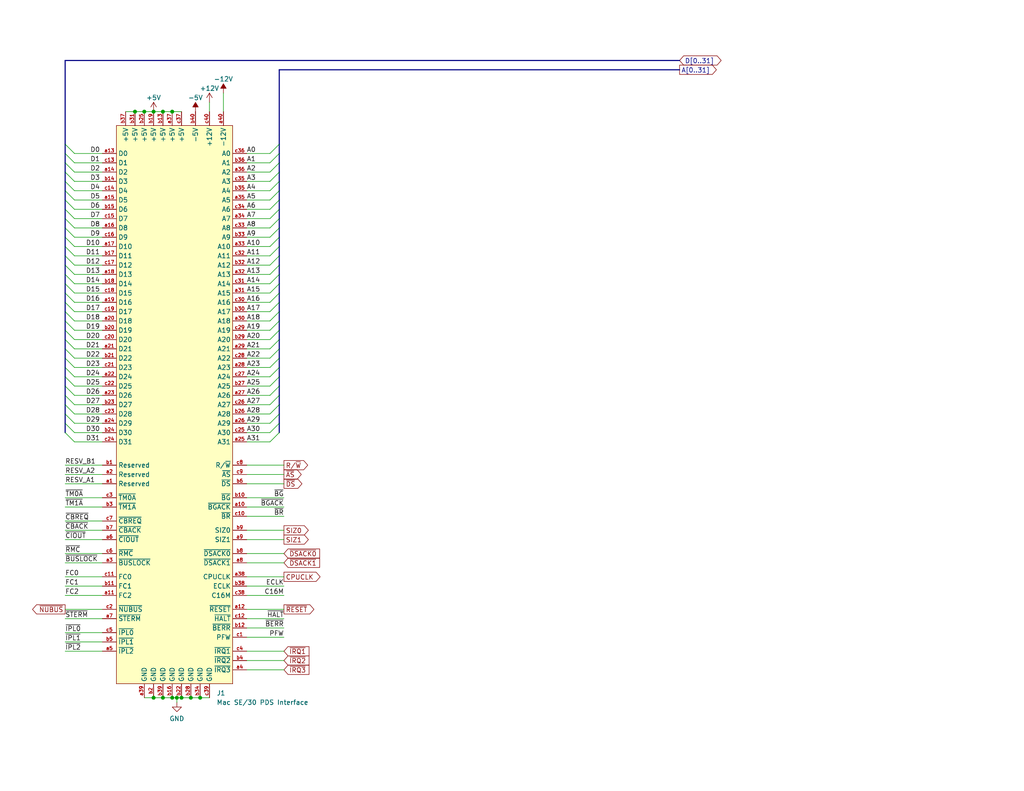
<source format=kicad_sch>
(kicad_sch (version 20230121) (generator eeschema)
  (paper "USLetter")
  (title_block (title "SEthernet/30 PDS Ethernet card for Macintosh SE/30") (date "2023-11-10") (rev "0"))
  (lib_symbols
    (symbol "PDS-Ethernet:SE30_PDS"
      (property "Reference" "J" (at 0 13.97 0))
      (property "Value" "Mac SE/30 PDS Interface" (at 0 11.43 0))
      (symbol "SE30_PDS_1_0"
        (pin unspecified line (at -20.32 -104.14 0) (length 3.81) (name "Reserved") (number "a1"))
        (pin input line (at 19.05 -110.49 180) (length 3.81) (name "~{BGACK}") (number "a10"))
        (pin output line (at -20.32 -134.62 0) (length 3.81) (name "FC2") (number "a11"))
        (pin output line (at 19.05 -138.43 180) (length 3.81) (name "~{RESET}") (number "a12"))
        (pin bidirectional line (at -20.32 -13.97 0) (length 3.81) (name "D0") (number "a13"))
        (pin bidirectional line (at -20.32 -19.05 0) (length 3.81) (name "D2") (number "a14"))
        (pin bidirectional line (at -20.32 -26.67 0) (length 3.81) (name "D5") (number "a15"))
        (pin bidirectional line (at -20.32 -34.29 0) (length 3.81) (name "D8") (number "a16"))
        (pin bidirectional line (at -20.32 -39.37 0) (length 3.81) (name "D10") (number "a17"))
        (pin bidirectional line (at -20.32 -46.99 0) (length 3.81) (name "D13") (number "a18"))
        (pin bidirectional line (at -20.32 -54.61 0) (length 3.81) (name "D16") (number "a19"))
        (pin unspecified line (at -20.32 -101.6 0) (length 3.81) (name "Reserved") (number "a2"))
        (pin bidirectional line (at -20.32 -59.69 0) (length 3.81) (name "D18") (number "a20"))
        (pin bidirectional line (at -20.32 -67.31 0) (length 3.81) (name "D21") (number "a21"))
        (pin bidirectional line (at -20.32 -74.93 0) (length 3.81) (name "D24") (number "a22"))
        (pin bidirectional line (at -20.32 -80.01 0) (length 3.81) (name "D26") (number "a23"))
        (pin bidirectional line (at -20.32 -87.63 0) (length 3.81) (name "D29") (number "a24"))
        (pin output line (at 19.05 -92.71 180) (length 3.81) (name "A31") (number "a25"))
        (pin output line (at 19.05 -87.63 180) (length 3.81) (name "A29") (number "a26"))
        (pin output line (at 19.05 -80.01 180) (length 3.81) (name "A26") (number "a27"))
        (pin output line (at 19.05 -72.39 180) (length 3.81) (name "A23") (number "a28"))
        (pin output line (at 19.05 -67.31 180) (length 3.81) (name "A21") (number "a29"))
        (pin output line (at -20.32 -125.73 0) (length 3.81) (name "~{BUSLOCK}") (number "a3"))
        (pin output line (at 19.05 -59.69 180) (length 3.81) (name "A18") (number "a30"))
        (pin output line (at 19.05 -52.07 180) (length 3.81) (name "A15") (number "a31"))
        (pin output line (at 19.05 -46.99 180) (length 3.81) (name "A13") (number "a32"))
        (pin output line (at 19.05 -39.37 180) (length 3.81) (name "A10") (number "a33"))
        (pin output line (at 19.05 -31.75 180) (length 3.81) (name "A7") (number "a34"))
        (pin output line (at 19.05 -26.67 180) (length 3.81) (name "A5") (number "a35"))
        (pin output line (at 19.05 -19.05 180) (length 3.81) (name "A2") (number "a36"))
        (pin power_out line (at -1.27 -2.54 270) (length 3.81) (name "+5V") (number "a37"))
        (pin output line (at 19.05 -129.54 180) (length 3.81) (name "CPUCLK") (number "a38"))
        (pin power_out line (at -8.89 -162.56 90) (length 3.81) (name "GND") (number "a39"))
        (pin input line (at 19.05 -154.94 180) (length 3.81) (name "~{IRQ3}") (number "a4"))
        (pin power_out line (at 12.7 -2.54 270) (length 3.81) (name "-12V") (number "a40"))
        (pin input line (at -20.32 -149.86 0) (length 3.81) (name "~{IPL2}") (number "a5"))
        (pin output line (at -20.32 -119.38 0) (length 3.81) (name "~{CIOUT}") (number "a6"))
        (pin input line (at -20.32 -140.97 0) (length 3.81) (name "~{STERM}") (number "a7"))
        (pin input line (at 19.05 -125.73 180) (length 3.81) (name "~{DSACK1}") (number "a8"))
        (pin output line (at 19.05 -119.38 180) (length 3.81) (name "SIZ1") (number "a9"))
        (pin unspecified line (at -20.32 -99.06 0) (length 3.81) (name "Reserved") (number "b1"))
        (pin output line (at 19.05 -107.95 180) (length 3.81) (name "~{BG}") (number "b10"))
        (pin output line (at -20.32 -132.08 0) (length 3.81) (name "FC1") (number "b11"))
        (pin input line (at 19.05 -143.51 180) (length 3.81) (name "~{BERR}") (number "b12"))
        (pin power_out line (at -3.81 -2.54 270) (length 3.81) (name "+5V") (number "b13"))
        (pin bidirectional line (at -20.32 -21.59 0) (length 3.81) (name "D3") (number "b14"))
        (pin bidirectional line (at -20.32 -29.21 0) (length 3.81) (name "D6") (number "b15"))
        (pin power_out line (at -1.27 -162.56 90) (length 3.81) (name "GND") (number "b16"))
        (pin bidirectional line (at -20.32 -41.91 0) (length 3.81) (name "D11") (number "b17"))
        (pin bidirectional line (at -20.32 -49.53 0) (length 3.81) (name "D14") (number "b18"))
        (pin power_out line (at -6.35 -2.54 270) (length 3.81) (name "+5V") (number "b19"))
        (pin power_out line (at -6.35 -162.56 90) (length 3.81) (name "GND") (number "b2"))
        (pin bidirectional line (at -20.32 -62.23 0) (length 3.81) (name "D19") (number "b20"))
        (pin bidirectional line (at -20.32 -69.85 0) (length 3.81) (name "D22") (number "b21"))
        (pin power_out line (at 1.27 -162.56 90) (length 3.81) (name "GND") (number "b22"))
        (pin bidirectional line (at -20.32 -82.55 0) (length 3.81) (name "D27") (number "b23"))
        (pin bidirectional line (at -20.32 -90.17 0) (length 3.81) (name "D30") (number "b24"))
        (pin power_out line (at -8.89 -2.54 270) (length 3.81) (name "+5V") (number "b25"))
        (pin output line (at 19.05 -85.09 180) (length 3.81) (name "A28") (number "b26"))
        (pin output line (at 19.05 -77.47 180) (length 3.81) (name "A25") (number "b27"))
        (pin power_out line (at 3.81 -162.56 90) (length 3.81) (name "GND") (number "b28"))
        (pin output line (at 19.05 -64.77 180) (length 3.81) (name "A20") (number "b29"))
        (pin input line (at -20.32 -110.49 0) (length 3.81) (name "~{TM1A}") (number "b3"))
        (pin output line (at 19.05 -57.15 180) (length 3.81) (name "A17") (number "b30"))
        (pin power_out line (at -11.43 -2.54 270) (length 3.81) (name "+5V") (number "b31"))
        (pin output line (at 19.05 -44.45 180) (length 3.81) (name "A12") (number "b32"))
        (pin output line (at 19.05 -36.83 180) (length 3.81) (name "A9") (number "b33"))
        (pin power_out line (at 6.35 -162.56 90) (length 3.81) (name "GND") (number "b34"))
        (pin output line (at 19.05 -24.13 180) (length 3.81) (name "A4") (number "b35"))
        (pin output line (at 19.05 -16.51 180) (length 3.81) (name "A1") (number "b36"))
        (pin power_out line (at -13.97 -2.54 270) (length 3.81) (name "+5V") (number "b37"))
        (pin output line (at 19.05 -132.08 180) (length 3.81) (name "ECLK") (number "b38"))
        (pin power_out line (at -3.81 -162.56 90) (length 3.81) (name "GND") (number "b39"))
        (pin input line (at 19.05 -152.4 180) (length 3.81) (name "~{IRQ2}") (number "b4"))
        (pin power_out line (at 5.08 -2.54 270) (length 3.81) (name "-5V") (number "b40"))
        (pin input line (at -20.32 -147.32 0) (length 3.81) (name "~{IPL1}") (number "b5"))
        (pin output line (at 19.05 -104.14 180) (length 3.81) (name "~{DS}") (number "b6"))
        (pin input line (at -20.32 -116.84 0) (length 3.81) (name "~{CBACK}") (number "b7"))
        (pin input line (at 19.05 -123.19 180) (length 3.81) (name "~{DSACK0}") (number "b8"))
        (pin output line (at 19.05 -116.84 180) (length 3.81) (name "SIZ0") (number "b9"))
        (pin output line (at 19.05 -146.05 180) (length 3.81) (name "PFW") (number "c1"))
        (pin input line (at 19.05 -113.03 180) (length 3.81) (name "~{BR}") (number "c10"))
        (pin output line (at -20.32 -129.54 0) (length 3.81) (name "FC0") (number "c11"))
        (pin output line (at 19.05 -140.97 180) (length 3.81) (name "~{HALT}") (number "c12"))
        (pin bidirectional line (at -20.32 -16.51 0) (length 3.81) (name "D1") (number "c13"))
        (pin bidirectional line (at -20.32 -24.13 0) (length 3.81) (name "D4") (number "c14"))
        (pin bidirectional line (at -20.32 -31.75 0) (length 3.81) (name "D7") (number "c15"))
        (pin bidirectional line (at -20.32 -36.83 0) (length 3.81) (name "D9") (number "c16"))
        (pin bidirectional line (at -20.32 -44.45 0) (length 3.81) (name "D12") (number "c17"))
        (pin bidirectional line (at -20.32 -52.07 0) (length 3.81) (name "D15") (number "c18"))
        (pin bidirectional line (at -20.32 -57.15 0) (length 3.81) (name "D17") (number "c19"))
        (pin output line (at -20.32 -138.43 0) (length 3.81) (name "~{NUBUS}") (number "c2"))
        (pin bidirectional line (at -20.32 -64.77 0) (length 3.81) (name "D20") (number "c20"))
        (pin bidirectional line (at -20.32 -72.39 0) (length 3.81) (name "D23") (number "c21"))
        (pin bidirectional line (at -20.32 -77.47 0) (length 3.81) (name "D25") (number "c22"))
        (pin bidirectional line (at -20.32 -85.09 0) (length 3.81) (name "D28") (number "c23"))
        (pin bidirectional line (at -20.32 -92.71 0) (length 3.81) (name "D31") (number "c24"))
        (pin output line (at 19.05 -90.17 180) (length 3.81) (name "A30") (number "c25"))
        (pin output line (at 19.05 -82.55 180) (length 3.81) (name "A27") (number "c26"))
        (pin output line (at 19.05 -74.93 180) (length 3.81) (name "A24") (number "c27"))
        (pin output line (at 19.05 -69.85 180) (length 3.81) (name "A22") (number "c28"))
        (pin output line (at 19.05 -62.23 180) (length 3.81) (name "A19") (number "c29"))
        (pin input line (at -20.32 -107.95 0) (length 3.81) (name "~{TM0A}") (number "c3"))
        (pin output line (at 19.05 -54.61 180) (length 3.81) (name "A16") (number "c30"))
        (pin output line (at 19.05 -49.53 180) (length 3.81) (name "A14") (number "c31"))
        (pin output line (at 19.05 -41.91 180) (length 3.81) (name "A11") (number "c32"))
        (pin output line (at 19.05 -34.29 180) (length 3.81) (name "A8") (number "c33"))
        (pin output line (at 19.05 -29.21 180) (length 3.81) (name "A6") (number "c34"))
        (pin output line (at 19.05 -21.59 180) (length 3.81) (name "A3") (number "c35"))
        (pin output line (at 19.05 -13.97 180) (length 3.81) (name "A0") (number "c36"))
        (pin power_out line (at 1.27 -2.54 270) (length 3.81) (name "+5V") (number "c37"))
        (pin output line (at 19.05 -134.62 180) (length 3.81) (name "C16M") (number "c38"))
        (pin power_out line (at 8.89 -162.56 90) (length 3.81) (name "GND") (number "c39"))
        (pin input line (at 19.05 -149.86 180) (length 3.81) (name "~{IRQ1}") (number "c4"))
        (pin power_out line (at 8.89 -2.54 270) (length 3.81) (name "+12V") (number "c40"))
        (pin input line (at -20.32 -144.78 0) (length 3.81) (name "~{IPL0}") (number "c5"))
        (pin output line (at -20.32 -123.19 0) (length 3.81) (name "~{RMC}") (number "c6"))
        (pin output line (at -20.32 -114.3 0) (length 3.81) (name "~{CBREQ}") (number "c7"))
        (pin output line (at 19.05 -99.06 180) (length 3.81) (name "R/~{W}") (number "c8"))
        (pin output line (at 19.05 -101.6 180) (length 3.81) (name "~{AS}") (number "c9"))
      )
      (symbol "SE30_PDS_1_1"
        (rectangle (start -16.51 -6.35) (end 15.24 -158.75) (fill (type background)))
      )
    )
    (symbol "power:+12V" (power) (pin_names (offset 0))
      (property "Value" "+12V" (at 0 3.556 0))
      (symbol "+12V_0_1"
        (polyline (pts (xy -0.762 1.27) (xy 0 2.54)))
        (polyline (pts (xy 0 0) (xy 0 2.54)))
        (polyline (pts (xy 0 2.54) (xy 0.762 1.27)))
      )
      (symbol "+12V_1_1"
        (pin power_in line (at 0 0 90) (length 0) hide (name "+12V") (number "1"))
      )
    )
    (symbol "power:+5V" (power) (pin_names (offset 0))
      (property "Value" "+5V" (at 0 3.556 0))
      (symbol "+5V_0_1"
        (polyline (pts (xy -0.762 1.27) (xy 0 2.54)))
        (polyline (pts (xy 0 0) (xy 0 2.54)))
        (polyline (pts (xy 0 2.54) (xy 0.762 1.27)))
      )
      (symbol "+5V_1_1"
        (pin power_in line (at 0 0 90) (length 0) hide (name "+5V") (number "1"))
      )
    )
    (symbol "power:-12V" (power) (pin_names (offset 0))
      (property "Value" "-12V" (at 0 3.81 0))
      (symbol "-12V_0_0"
        (pin power_in line (at 0 0 90) (length 0) hide (name "-12V") (number "1"))
      )
      (symbol "-12V_0_1"
        (polyline (pts (xy 0 0) (xy 0 1.27) (xy 0.762 1.27) (xy 0 2.54) (xy -0.762 1.27) (xy 0 1.27)) (fill (type outline)))
      )
    )
    (symbol "power:-5V" (power) (pin_names (offset 0))
      (property "Value" "-5V" (at 0 3.81 0))
      (symbol "-5V_0_0"
        (pin power_in line (at 0 0 90) (length 0) hide (name "-5V") (number "1"))
      )
      (symbol "-5V_0_1"
        (polyline (pts (xy 0 0) (xy 0 1.27) (xy 0.762 1.27) (xy 0 2.54) (xy -0.762 1.27) (xy 0 1.27)) (fill (type outline)))
      )
    )
    (symbol "power:GND" (power) (pin_names (offset 0))
      (property "Value" "GND" (at 0 -3.81 0))
      (symbol "GND_0_1"
        (polyline (pts (xy 0 0) (xy 0 -1.27) (xy 1.27 -1.27) (xy 0 -2.54) (xy -1.27 -1.27) (xy 0 -1.27)))
      )
      (symbol "GND_1_1"
        (pin power_in line (at 0 0 270) (length 0) hide (name "GND") (number "1"))
      )
    )
  )
  (junction (at 36.83 30.48))
  (junction (at 46.99 190.5))
  (junction (at 44.45 30.48))
  (junction (at 41.91 30.48))
  (junction (at 46.99 30.48))
  (junction (at 52.07 190.5))
  (junction (at 49.53 190.5))
  (junction (at 54.61 190.5))
  (junction (at 41.91 190.5))
  (junction (at 44.45 190.5))
  (junction (at 39.37 30.48))
  (junction (at 48.26 190.5))
  (bus_entry (at 17.78 110.49) (size 2.54 2.54))
  (bus_entry (at 76.2 72.39) (size -2.54 2.54))
  (bus_entry (at 17.78 74.93) (size 2.54 2.54))
  (bus_entry (at 76.2 82.55) (size -2.54 2.54))
  (bus_entry (at 17.78 52.07) (size 2.54 2.54))
  (bus_entry (at 17.78 92.71) (size 2.54 2.54))
  (bus_entry (at 17.78 44.45) (size 2.54 2.54))
  (bus_entry (at 76.2 102.87) (size -2.54 2.54))
  (bus_entry (at 76.2 90.17) (size -2.54 2.54))
  (bus_entry (at 17.78 72.39) (size 2.54 2.54))
  (bus_entry (at 17.78 77.47) (size 2.54 2.54))
  (bus_entry (at 76.2 67.31) (size -2.54 2.54))
  (bus_entry (at 76.2 107.95) (size -2.54 2.54))
  (bus_entry (at 17.78 82.55) (size 2.54 2.54))
  (bus_entry (at 76.2 54.61) (size -2.54 2.54))
  (bus_entry (at 76.2 39.37) (size -2.54 2.54))
  (bus_entry (at 17.78 80.01) (size 2.54 2.54))
  (bus_entry (at 17.78 69.85) (size 2.54 2.54))
  (bus_entry (at 17.78 57.15) (size 2.54 2.54))
  (bus_entry (at 17.78 107.95) (size 2.54 2.54))
  (bus_entry (at 17.78 39.37) (size 2.54 2.54))
  (bus_entry (at 17.78 113.03) (size 2.54 2.54))
  (bus_entry (at 17.78 41.91) (size 2.54 2.54))
  (bus_entry (at 17.78 100.33) (size 2.54 2.54))
  (bus_entry (at 76.2 69.85) (size -2.54 2.54))
  (bus_entry (at 76.2 92.71) (size -2.54 2.54))
  (bus_entry (at 76.2 100.33) (size -2.54 2.54))
  (bus_entry (at 76.2 74.93) (size -2.54 2.54))
  (bus_entry (at 76.2 95.25) (size -2.54 2.54))
  (bus_entry (at 17.78 64.77) (size 2.54 2.54))
  (bus_entry (at 76.2 49.53) (size -2.54 2.54))
  (bus_entry (at 17.78 59.69) (size 2.54 2.54))
  (bus_entry (at 76.2 85.09) (size -2.54 2.54))
  (bus_entry (at 76.2 64.77) (size -2.54 2.54))
  (bus_entry (at 76.2 97.79) (size -2.54 2.54))
  (bus_entry (at 76.2 41.91) (size -2.54 2.54))
  (bus_entry (at 17.78 49.53) (size 2.54 2.54))
  (bus_entry (at 76.2 80.01) (size -2.54 2.54))
  (bus_entry (at 76.2 105.41) (size -2.54 2.54))
  (bus_entry (at 17.78 105.41) (size 2.54 2.54))
  (bus_entry (at 17.78 90.17) (size 2.54 2.54))
  (bus_entry (at 76.2 113.03) (size -2.54 2.54))
  (bus_entry (at 17.78 62.23) (size 2.54 2.54))
  (bus_entry (at 76.2 118.11) (size -2.54 2.54))
  (bus_entry (at 17.78 95.25) (size 2.54 2.54))
  (bus_entry (at 17.78 46.99) (size 2.54 2.54))
  (bus_entry (at 76.2 77.47) (size -2.54 2.54))
  (bus_entry (at 17.78 87.63) (size 2.54 2.54))
  (bus_entry (at 76.2 110.49) (size -2.54 2.54))
  (bus_entry (at 17.78 97.79) (size 2.54 2.54))
  (bus_entry (at 17.78 118.11) (size 2.54 2.54))
  (bus_entry (at 76.2 57.15) (size -2.54 2.54))
  (bus_entry (at 76.2 115.57) (size -2.54 2.54))
  (bus_entry (at 76.2 62.23) (size -2.54 2.54))
  (bus_entry (at 76.2 46.99) (size -2.54 2.54))
  (bus_entry (at 17.78 85.09) (size 2.54 2.54))
  (bus_entry (at 76.2 87.63) (size -2.54 2.54))
  (bus_entry (at 17.78 67.31) (size 2.54 2.54))
  (bus_entry (at 17.78 102.87) (size 2.54 2.54))
  (bus_entry (at 17.78 54.61) (size 2.54 2.54))
  (bus_entry (at 76.2 59.69) (size -2.54 2.54))
  (bus_entry (at 76.2 44.45) (size -2.54 2.54))
  (bus_entry (at 17.78 115.57) (size 2.54 2.54))
  (bus_entry (at 76.2 52.07) (size -2.54 2.54))
  (wire (pts (xy 20.32 57.15) (xy 27.94 57.15)))
  (wire (pts (xy 17.78 142.24) (xy 27.94 142.24)))
  (bus (pts (xy 76.2 19.05) (xy 185.42 19.05)))
  (wire (pts (xy 20.32 105.41) (xy 27.94 105.41)))
  (wire (pts (xy 17.78 144.78) (xy 27.94 144.78)))
  (wire (pts (xy 20.32 118.11) (xy 27.94 118.11)))
  (wire (pts (xy 67.31 97.79) (xy 73.66 97.79)))
  (wire (pts (xy 17.78 135.89) (xy 27.94 135.89)))
  (wire (pts (xy 67.31 118.11) (xy 73.66 118.11)))
  (wire (pts (xy 20.32 80.01) (xy 27.94 80.01)))
  (wire (pts (xy 17.78 162.56) (xy 27.94 162.56)))
  (wire (pts (xy 67.31 59.69) (xy 73.66 59.69)))
  (wire (pts (xy 67.31 41.91) (xy 73.66 41.91)))
  (bus (pts (xy 76.2 49.53) (xy 76.2 52.07)))
  (wire (pts (xy 67.31 90.17) (xy 73.66 90.17)))
  (bus (pts (xy 17.78 100.33) (xy 17.78 102.87)))
  (wire (pts (xy 54.61 190.5) (xy 57.15 190.5)))
  (bus (pts (xy 17.78 72.39) (xy 17.78 74.93)))
  (wire (pts (xy 17.78 147.32) (xy 27.94 147.32)))
  (bus (pts (xy 76.2 39.37) (xy 76.2 41.91)))
  (wire (pts (xy 20.32 52.07) (xy 27.94 52.07)))
  (wire (pts (xy 67.31 138.43) (xy 77.47 138.43)))
  (bus (pts (xy 76.2 90.17) (xy 76.2 92.71)))
  (bus (pts (xy 76.2 67.31) (xy 76.2 69.85)))
  (wire (pts (xy 20.32 100.33) (xy 27.94 100.33)))
  (wire (pts (xy 20.32 97.79) (xy 27.94 97.79)))
  (bus (pts (xy 17.78 87.63) (xy 17.78 90.17)))
  (wire (pts (xy 20.32 62.23) (xy 27.94 62.23)))
  (wire (pts (xy 20.32 72.39) (xy 27.94 72.39)))
  (wire (pts (xy 67.31 120.65) (xy 73.66 120.65)))
  (bus (pts (xy 17.78 82.55) (xy 17.78 85.09)))
  (wire (pts (xy 67.31 151.13) (xy 77.47 151.13)))
  (wire (pts (xy 20.32 110.49) (xy 27.94 110.49)))
  (wire (pts (xy 39.37 190.5) (xy 41.91 190.5)))
  (wire (pts (xy 67.31 113.03) (xy 73.66 113.03)))
  (bus (pts (xy 76.2 59.69) (xy 76.2 62.23)))
  (wire (pts (xy 20.32 69.85) (xy 27.94 69.85)))
  (bus (pts (xy 76.2 92.71) (xy 76.2 95.25)))
  (bus (pts (xy 17.78 39.37) (xy 17.78 41.91)))
  (bus (pts (xy 76.2 97.79) (xy 76.2 100.33)))
  (wire (pts (xy 67.31 49.53) (xy 73.66 49.53)))
  (bus (pts (xy 76.2 69.85) (xy 76.2 72.39)))
  (bus (pts (xy 17.78 59.69) (xy 17.78 62.23)))
  (bus (pts (xy 76.2 85.09) (xy 76.2 87.63)))
  (wire (pts (xy 34.29 30.48) (xy 36.83 30.48)))
  (wire (pts (xy 67.31 135.89) (xy 77.47 135.89)))
  (wire (pts (xy 57.15 27.94) (xy 57.15 30.48)))
  (wire (pts (xy 20.32 77.47) (xy 27.94 77.47)))
  (wire (pts (xy 20.32 90.17) (xy 27.94 90.17)))
  (wire (pts (xy 67.31 57.15) (xy 73.66 57.15)))
  (bus (pts (xy 17.78 110.49) (xy 17.78 113.03)))
  (bus (pts (xy 17.78 54.61) (xy 17.78 57.15)))
  (bus (pts (xy 17.78 44.45) (xy 17.78 46.99)))
  (bus (pts (xy 76.2 44.45) (xy 76.2 46.99)))
  (bus (pts (xy 17.78 41.91) (xy 17.78 44.45)))
  (bus (pts (xy 17.78 46.99) (xy 17.78 49.53)))
  (wire (pts (xy 67.31 67.31) (xy 73.66 67.31)))
  (bus (pts (xy 17.78 52.07) (xy 17.78 54.61)))
  (bus (pts (xy 17.78 62.23) (xy 17.78 64.77)))
  (wire (pts (xy 67.31 62.23) (xy 73.66 62.23)))
  (bus (pts (xy 17.78 113.03) (xy 17.78 115.57)))
  (bus (pts (xy 76.2 74.93) (xy 76.2 77.47)))
  (wire (pts (xy 17.78 132.08) (xy 27.94 132.08)))
  (wire (pts (xy 17.78 168.91) (xy 27.94 168.91)))
  (wire (pts (xy 67.31 162.56) (xy 77.47 162.56)))
  (wire (pts (xy 67.31 153.67) (xy 77.47 153.67)))
  (wire (pts (xy 20.32 49.53) (xy 27.94 49.53)))
  (wire (pts (xy 67.31 140.97) (xy 77.47 140.97)))
  (wire (pts (xy 17.78 153.67) (xy 27.94 153.67)))
  (bus (pts (xy 76.2 77.47) (xy 76.2 80.01)))
  (bus (pts (xy 76.2 72.39) (xy 76.2 74.93)))
  (wire (pts (xy 20.32 102.87) (xy 27.94 102.87)))
  (bus (pts (xy 76.2 41.91) (xy 76.2 44.45)))
  (wire (pts (xy 67.31 157.48) (xy 77.47 157.48)))
  (wire (pts (xy 67.31 54.61) (xy 73.66 54.61)))
  (wire (pts (xy 17.78 160.02) (xy 27.94 160.02)))
  (wire (pts (xy 44.45 190.5) (xy 46.99 190.5)))
  (wire (pts (xy 67.31 95.25) (xy 73.66 95.25)))
  (bus (pts (xy 17.78 57.15) (xy 17.78 59.69)))
  (bus (pts (xy 17.78 92.71) (xy 17.78 95.25)))
  (wire (pts (xy 67.31 102.87) (xy 73.66 102.87)))
  (bus (pts (xy 76.2 102.87) (xy 76.2 105.41)))
  (bus (pts (xy 17.78 97.79) (xy 17.78 100.33)))
  (wire (pts (xy 20.32 95.25) (xy 27.94 95.25)))
  (wire (pts (xy 67.31 168.91) (xy 77.47 168.91)))
  (wire (pts (xy 20.32 67.31) (xy 27.94 67.31)))
  (wire (pts (xy 17.78 166.37) (xy 27.94 166.37)))
  (bus (pts (xy 17.78 74.93) (xy 17.78 77.47)))
  (wire (pts (xy 46.99 30.48) (xy 49.53 30.48)))
  (bus (pts (xy 17.78 80.01) (xy 17.78 82.55)))
  (wire (pts (xy 67.31 160.02) (xy 77.47 160.02)))
  (wire (pts (xy 67.31 115.57) (xy 73.66 115.57)))
  (bus (pts (xy 76.2 87.63) (xy 76.2 90.17)))
  (bus (pts (xy 76.2 62.23) (xy 76.2 64.77)))
  (wire (pts (xy 67.31 100.33) (xy 73.66 100.33)))
  (bus (pts (xy 76.2 54.61) (xy 76.2 57.15)))
  (wire (pts (xy 67.31 177.8) (xy 77.47 177.8)))
  (wire (pts (xy 67.31 64.77) (xy 73.66 64.77)))
  (wire (pts (xy 44.45 30.48) (xy 46.99 30.48)))
  (bus (pts (xy 17.78 90.17) (xy 17.78 92.71)))
  (bus (pts (xy 17.78 107.95) (xy 17.78 110.49)))
  (wire (pts (xy 67.31 80.01) (xy 73.66 80.01)))
  (wire (pts (xy 20.32 82.55) (xy 27.94 82.55)))
  (wire (pts (xy 46.99 190.5) (xy 48.26 190.5)))
  (wire (pts (xy 67.31 144.78) (xy 77.47 144.78)))
  (wire (pts (xy 20.32 44.45) (xy 27.94 44.45)))
  (wire (pts (xy 67.31 166.37) (xy 77.47 166.37)))
  (wire (pts (xy 67.31 85.09) (xy 73.66 85.09)))
  (wire (pts (xy 67.31 46.99) (xy 73.66 46.99)))
  (wire (pts (xy 41.91 190.5) (xy 44.45 190.5)))
  (wire (pts (xy 67.31 44.45) (xy 73.66 44.45)))
  (wire (pts (xy 48.26 190.5) (xy 49.53 190.5)))
  (wire (pts (xy 20.32 87.63) (xy 27.94 87.63)))
  (bus (pts (xy 17.78 95.25) (xy 17.78 97.79)))
  (bus (pts (xy 76.2 46.99) (xy 76.2 49.53)))
  (bus (pts (xy 76.2 82.55) (xy 76.2 85.09)))
  (wire (pts (xy 67.31 52.07) (xy 73.66 52.07)))
  (wire (pts (xy 67.31 171.45) (xy 77.47 171.45)))
  (wire (pts (xy 67.31 110.49) (xy 73.66 110.49)))
  (bus (pts (xy 17.78 102.87) (xy 17.78 105.41)))
  (bus (pts (xy 17.78 69.85) (xy 17.78 72.39)))
  (bus (pts (xy 76.2 52.07) (xy 76.2 54.61)))
  (wire (pts (xy 17.78 151.13) (xy 27.94 151.13)))
  (wire (pts (xy 77.47 127) (xy 67.31 127)))
  (wire (pts (xy 20.32 85.09) (xy 27.94 85.09)))
  (bus (pts (xy 76.2 95.25) (xy 76.2 97.79)))
  (wire (pts (xy 20.32 41.91) (xy 27.94 41.91)))
  (bus (pts (xy 76.2 105.41) (xy 76.2 107.95)))
  (bus (pts (xy 76.2 64.77) (xy 76.2 67.31)))
  (bus (pts (xy 17.78 49.53) (xy 17.78 52.07)))
  (bus (pts (xy 17.78 105.41) (xy 17.78 107.95)))
  (bus (pts (xy 76.2 110.49) (xy 76.2 113.03)))
  (bus (pts (xy 76.2 57.15) (xy 76.2 59.69)))
  (wire (pts (xy 67.31 87.63) (xy 73.66 87.63)))
  (bus (pts (xy 17.78 85.09) (xy 17.78 87.63)))
  (wire (pts (xy 67.31 147.32) (xy 77.47 147.32)))
  (wire (pts (xy 20.32 120.65) (xy 27.94 120.65)))
  (wire (pts (xy 52.07 190.5) (xy 54.61 190.5)))
  (bus (pts (xy 76.2 19.05) (xy 76.2 39.37)))
  (wire (pts (xy 17.78 172.72) (xy 27.94 172.72)))
  (wire (pts (xy 20.32 113.03) (xy 27.94 113.03)))
  (wire (pts (xy 17.78 129.54) (xy 27.94 129.54)))
  (bus (pts (xy 17.78 16.51) (xy 185.42 16.51)))
  (wire (pts (xy 20.32 92.71) (xy 27.94 92.71)))
  (wire (pts (xy 17.78 138.43) (xy 27.94 138.43)))
  (wire (pts (xy 67.31 107.95) (xy 73.66 107.95)))
  (wire (pts (xy 48.26 190.5) (xy 48.26 191.77)))
  (bus (pts (xy 76.2 107.95) (xy 76.2 110.49)))
  (wire (pts (xy 17.78 177.8) (xy 27.94 177.8)))
  (wire (pts (xy 20.32 54.61) (xy 27.94 54.61)))
  (bus (pts (xy 76.2 80.01) (xy 76.2 82.55)))
  (wire (pts (xy 60.96 25.4) (xy 60.96 30.48)))
  (bus (pts (xy 17.78 77.47) (xy 17.78 80.01)))
  (wire (pts (xy 67.31 74.93) (xy 73.66 74.93)))
  (bus (pts (xy 76.2 100.33) (xy 76.2 102.87)))
  (wire (pts (xy 49.53 190.5) (xy 52.07 190.5)))
  (bus (pts (xy 76.2 115.57) (xy 76.2 118.11)))
  (wire (pts (xy 67.31 105.41) (xy 73.66 105.41)))
  (wire (pts (xy 67.31 182.88) (xy 77.47 182.88)))
  (wire (pts (xy 67.31 132.08) (xy 77.47 132.08)))
  (wire (pts (xy 17.78 157.48) (xy 27.94 157.48)))
  (wire (pts (xy 17.78 127) (xy 27.94 127)))
  (wire (pts (xy 67.31 69.85) (xy 73.66 69.85)))
  (wire (pts (xy 39.37 30.48) (xy 41.91 30.48)))
  (wire (pts (xy 67.31 173.99) (xy 77.47 173.99)))
  (wire (pts (xy 67.31 180.34) (xy 77.47 180.34)))
  (bus (pts (xy 17.78 16.51) (xy 17.78 39.37)))
  (bus (pts (xy 17.78 64.77) (xy 17.78 67.31)))
  (wire (pts (xy 20.32 64.77) (xy 27.94 64.77)))
  (wire (pts (xy 67.31 72.39) (xy 73.66 72.39)))
  (bus (pts (xy 17.78 115.57) (xy 17.78 118.11)))
  (wire (pts (xy 67.31 92.71) (xy 73.66 92.71)))
  (wire (pts (xy 36.83 30.48) (xy 39.37 30.48)))
  (wire (pts (xy 20.32 115.57) (xy 27.94 115.57)))
  (bus (pts (xy 17.78 67.31) (xy 17.78 69.85)))
  (wire (pts (xy 67.31 77.47) (xy 73.66 77.47)))
  (wire (pts (xy 20.32 46.99) (xy 27.94 46.99)))
  (wire (pts (xy 20.32 59.69) (xy 27.94 59.69)))
  (wire (pts (xy 67.31 129.54) (xy 77.47 129.54)))
  (wire (pts (xy 20.32 107.95) (xy 27.94 107.95)))
  (wire (pts (xy 17.78 175.26) (xy 27.94 175.26)))
  (wire (pts (xy 41.91 30.48) (xy 44.45 30.48)))
  (bus (pts (xy 76.2 113.03) (xy 76.2 115.57)))
  (wire (pts (xy 67.31 82.55) (xy 73.66 82.55)))
  (wire (pts (xy 20.32 74.93) (xy 27.94 74.93)))
  (label "~{BUSLOCK}" (at 17.78 153.67 0))
  (label "A26" (at 67.31 107.95 0))
  (label "C16M" (at 77.47 162.56 180))
  (label "A2" (at 67.31 46.99 0))
  (label "D26" (at 27.305 107.95 180))
  (label "D30" (at 27.305 118.11 180))
  (label "FC2" (at 17.78 162.56 0))
  (label "A28" (at 67.31 113.03 0))
  (label "D19" (at 27.305 90.17 180))
  (label "A10" (at 67.31 67.31 0))
  (label "~{BERR}" (at 77.47 171.45 180))
  (label "D14" (at 27.305 77.47 180))
  (label "D16" (at 27.305 82.55 180))
  (label "~{IPL0}" (at 17.78 172.72 0))
  (label "ECLK" (at 77.47 160.02 180))
  (label "~{TM1A}" (at 17.78 138.43 0))
  (label "D29" (at 27.305 115.57 180))
  (label "D31" (at 27.305 120.65 180))
  (label "~{BGACK}" (at 77.47 138.43 180))
  (label "~{RMC}" (at 17.78 151.13 0))
  (label "A23" (at 67.31 100.33 0))
  (label "D21" (at 27.305 95.25 180))
  (label "A14" (at 67.31 77.47 0))
  (label "D25" (at 27.305 105.41 180))
  (label "A12" (at 67.31 72.39 0))
  (label "~{IPL2}" (at 17.78 177.8 0))
  (label "D12" (at 27.305 72.39 180))
  (label "D20" (at 27.305 92.71 180))
  (label "RESV_B1" (at 17.78 127 0))
  (label "D5" (at 27.305 54.61 180))
  (label "A4" (at 67.31 52.07 0))
  (label "D10" (at 27.305 67.31 180))
  (label "A5" (at 67.31 54.61 0))
  (label "A15" (at 67.31 80.01 0))
  (label "~{BG}" (at 77.47 135.89 180))
  (label "A17" (at 67.31 85.09 0))
  (label "A16" (at 67.31 82.55 0))
  (label "~{CIOUT}" (at 17.78 147.32 0))
  (label "~{BR}" (at 77.47 140.97 180))
  (label "A6" (at 67.31 57.15 0))
  (label "D27" (at 27.305 110.49 180))
  (label "~{CBREQ}" (at 17.78 142.24 0))
  (label "A29" (at 67.31 115.57 0))
  (label "A31" (at 67.31 120.65 0))
  (label "~{STERM}" (at 17.78 168.91 0))
  (label "D24" (at 27.305 102.87 180))
  (label "D1" (at 27.305 44.45 180))
  (label "D17" (at 27.305 85.09 180))
  (label "~{CBACK}" (at 17.78 144.78 0))
  (label "FC0" (at 17.78 157.48 0))
  (label "A20" (at 67.31 92.71 0))
  (label "D15" (at 27.305 80.01 180))
  (label "D11" (at 27.305 69.85 180))
  (label "A13" (at 67.31 74.93 0))
  (label "FC1" (at 17.78 160.02 0))
  (label "A24" (at 67.31 102.87 0))
  (label "A1" (at 67.31 44.45 0))
  (label "RESV_A1" (at 17.78 132.08 0))
  (label "A18" (at 67.31 87.63 0))
  (label "A11" (at 67.31 69.85 0))
  (label "A21" (at 67.31 95.25 0))
  (label "PFW" (at 77.47 173.99 180))
  (label "A30" (at 67.31 118.11 0))
  (label "D6" (at 27.305 57.15 180))
  (label "~{HALT}" (at 77.47 168.91 180))
  (label "~{TM0A}" (at 17.78 135.89 0))
  (label "A9" (at 67.31 64.77 0))
  (label "D28" (at 27.305 113.03 180))
  (label "D18" (at 27.305 87.63 180))
  (label "A27" (at 67.31 110.49 0))
  (label "A25" (at 67.31 105.41 0))
  (label "D4" (at 27.305 52.07 180))
  (label "D2" (at 27.305 46.99 180))
  (label "~{IPL1}" (at 17.78 175.26 0))
  (label "D8" (at 27.305 62.23 180))
  (label "D22" (at 27.305 97.79 180))
  (label "D13" (at 27.305 74.93 180))
  (label "A8" (at 67.31 62.23 0))
  (label "A7" (at 67.31 59.69 0))
  (label "D3" (at 27.305 49.53 180))
  (label "D23" (at 27.305 100.33 180))
  (label "D7" (at 27.305 59.69 180))
  (label "RESV_A2" (at 17.78 129.54 0))
  (label "A22" (at 67.31 97.79 0))
  (label "A0" (at 67.31 41.91 0))
  (label "D9" (at 27.305 64.77 180))
  (label "D0" (at 27.305 41.91 180))
  (label "A19" (at 67.31 90.17 0))
  (label "A3" (at 67.31 49.53 0))
  (global_label "R{slash}~{W}" (shape output) (at 77.47 127 0) (property "Intersheetrefs" "${INTERSHEET_REFS}" (effects hide)))
  (global_label "~{IRQ1}" (shape input) (at 77.47 177.8 0) (property "Intersheetrefs" "${INTERSHEET_REFS}" (effects hide)))
  (global_label "D[0..31]" (shape bidirectional) (at 185.42 16.51 0) (property "Intersheetrefs" "${INTERSHEET_REFS}" (effects hide)))
  (global_label "CPUCLK" (shape output) (at 77.47 157.48 0) (property "Intersheetrefs" "${INTERSHEET_REFS}" (effects hide)))
  (global_label "~{DSACK0}" (shape input) (at 77.47 151.13 0) (property "Intersheetrefs" "${INTERSHEET_REFS}" (effects hide)))
  (global_label "~{NUBUS}" (shape output) (at 17.78 166.37 180) (property "Intersheetrefs" "${INTERSHEET_REFS}" (effects hide)))
  (global_label "SIZ0" (shape output) (at 77.47 144.78 0) (property "Intersheetrefs" "${INTERSHEET_REFS}" (effects hide)))
  (global_label "~{AS}" (shape output) (at 77.47 129.54 0) (property "Intersheetrefs" "${INTERSHEET_REFS}" (effects hide)))
  (global_label "SIZ1" (shape output) (at 77.47 147.32 0) (property "Intersheetrefs" "${INTERSHEET_REFS}" (effects hide)))
  (global_label "~{DS}" (shape output) (at 77.47 132.08 0) (property "Intersheetrefs" "${INTERSHEET_REFS}" (effects hide)))
  (global_label "~{DSACK1}" (shape input) (at 77.47 153.67 0) (property "Intersheetrefs" "${INTERSHEET_REFS}" (effects hide)))
  (global_label "~{IRQ2}" (shape input) (at 77.47 180.34 0) (property "Intersheetrefs" "${INTERSHEET_REFS}" (effects hide)))
  (global_label "A[0..31]" (shape output) (at 185.42 19.05 0) (property "Intersheetrefs" "${INTERSHEET_REFS}" (effects hide)))
  (global_label "~{RESET}" (shape output) (at 77.47 166.37 0) (property "Intersheetrefs" "${INTERSHEET_REFS}" (effects hide)))
  (global_label "~{IRQ3}" (shape input) (at 77.47 182.88 0) (property "Intersheetrefs" "${INTERSHEET_REFS}" (effects hide)))
  (symbol (lib_id "power:+5V") (at 41.91 30.48 0) (unit 1)
    (property "Reference" "#PWR04" (effects hide))
    (property "Value" "+5V" (at 41.91 26.67 0))
    (instances (project "PDS-RTL8019" (path "" (reference "#PWR04") (unit 1)) (path "" (reference "#PWR025") (unit 1))) (project "se30" (path "" (reference "#PWR05") (unit 1))))
  )
  (symbol (lib_id "PDS-Ethernet:SE30_PDS") (at 48.26 27.94 0) (unit 1)
    (property "Reference" "J1" (at 59.1059 189.23 0) (effects (justify left)))
    (property "Value" "Mac SE/30 PDS Interface" (at 59.1059 191.77 0) (effects (justify left)))
    (property "Footprint" "PDS-Ethernet:DIN41612_C_3x40_Male_Horizontal_THT" (effects hide))
    (property "Datasheet" "https://www.te.com/commerce/DocumentDelivery/DDEController?Action=srchrtrv&DocNm=650906&DocType=Customer+Drawing&DocLang=English" (effects hide))
    (property "Digikey" "650906-5" (effects hide))
  )
  (symbol (lib_id "power:+12V") (at 57.15 27.94 0) (unit 1)
    (property "Reference" "#PWR028" (effects hide))
    (property "Value" "+12V" (at 57.15 24.13 0))
    (instances (project "PDS-RTL8019" (path "" (reference "#PWR028") (unit 1))) (project "se30" (path "" (reference "#PWR03") (unit 1))))
  )
  (symbol (lib_id "power:-5V") (at 53.34 30.48 0) (unit 1)
    (property "Reference" "#PWR027" (effects hide))
    (property "Value" "-5V" (at 53.34 26.67 0))
    (instances (project "PDS-RTL8019" (path "" (reference "#PWR027") (unit 1))) (project "se30" (path "" (reference "#PWR06") (unit 1))))
  )
  (symbol (lib_id "power:GND") (at 48.26 191.77 0) (unit 1)
    (property "Reference" "#PWR08" (effects hide))
    (property "Value" "GND" (at 48.26 196.215 0))
    (instances (project "PDS-RTL8019" (path "" (reference "#PWR08") (unit 1)) (path "" (reference "#PWR026") (unit 1))) (project "se30" (path "" (reference "#PWR09") (unit 1))))
  )
  (symbol (lib_id "power:-12V") (at 60.96 25.4 0) (unit 1)
    (property "Reference" "#PWR029" (effects hide))
    (property "Value" "-12V" (at 60.96 21.59 0))
    (instances (project "PDS-RTL8019" (path "" (reference "#PWR029") (unit 1))) (project "se30" (path "" (reference "#PWR01") (unit 1))))
  )
)
</source>
